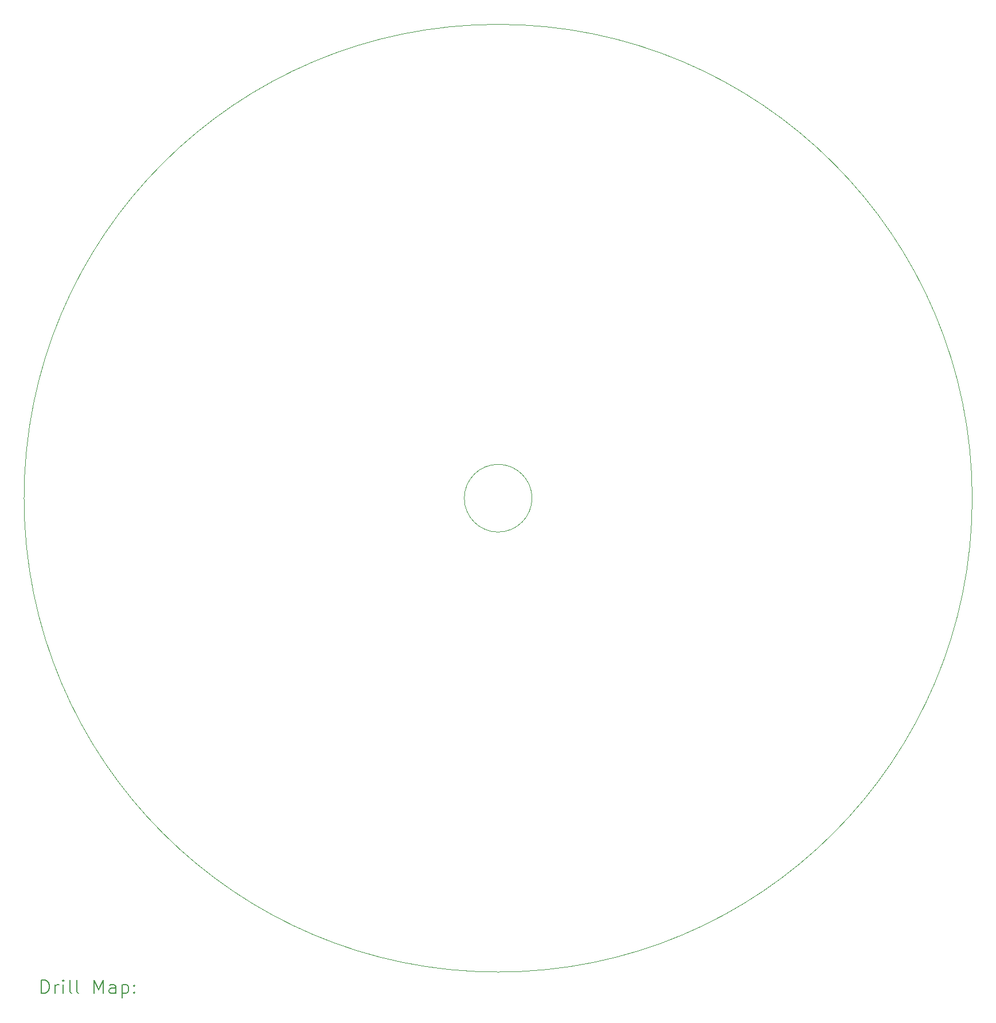
<source format=gbr>
%TF.GenerationSoftware,KiCad,Pcbnew,7.99.0-3356-g00904e8e23*%
%TF.CreationDate,2023-10-26T14:27:03+05:30*%
%TF.ProjectId,kimotor-project,6b696d6f-746f-4722-9d70-726f6a656374,rev?*%
%TF.SameCoordinates,Original*%
%TF.FileFunction,Drillmap*%
%TF.FilePolarity,Positive*%
%FSLAX45Y45*%
G04 Gerber Fmt 4.5, Leading zero omitted, Abs format (unit mm)*
G04 Created by KiCad (PCBNEW 7.99.0-3356-g00904e8e23) date 2023-10-26 14:27:03*
%MOMM*%
%LPD*%
G01*
G04 APERTURE LIST*
%ADD10C,0.100000*%
%ADD11C,0.200000*%
G04 APERTURE END LIST*
D10*
X500000Y0D02*
G75*
G02*
X500000Y0I-500000J0D01*
G01*
X7000000Y0D02*
G75*
G02*
X7000000Y0I-7000000J0D01*
G01*
X7000000Y0D02*
G75*
G02*
X7000000Y0I-7000000J0D01*
G01*
X500000Y0D02*
G75*
G02*
X500000Y0I-500000J0D01*
G01*
D11*
X-6744223Y-7316484D02*
X-6744223Y-7116484D01*
X-6744223Y-7116484D02*
X-6696604Y-7116484D01*
X-6696604Y-7116484D02*
X-6668033Y-7126008D01*
X-6668033Y-7126008D02*
X-6648985Y-7145055D01*
X-6648985Y-7145055D02*
X-6639461Y-7164103D01*
X-6639461Y-7164103D02*
X-6629937Y-7202198D01*
X-6629937Y-7202198D02*
X-6629937Y-7230769D01*
X-6629937Y-7230769D02*
X-6639461Y-7268865D01*
X-6639461Y-7268865D02*
X-6648985Y-7287912D01*
X-6648985Y-7287912D02*
X-6668033Y-7306960D01*
X-6668033Y-7306960D02*
X-6696604Y-7316484D01*
X-6696604Y-7316484D02*
X-6744223Y-7316484D01*
X-6544223Y-7316484D02*
X-6544223Y-7183150D01*
X-6544223Y-7221246D02*
X-6534699Y-7202198D01*
X-6534699Y-7202198D02*
X-6525175Y-7192674D01*
X-6525175Y-7192674D02*
X-6506128Y-7183150D01*
X-6506128Y-7183150D02*
X-6487080Y-7183150D01*
X-6420414Y-7316484D02*
X-6420414Y-7183150D01*
X-6420414Y-7116484D02*
X-6429937Y-7126008D01*
X-6429937Y-7126008D02*
X-6420414Y-7135531D01*
X-6420414Y-7135531D02*
X-6410890Y-7126008D01*
X-6410890Y-7126008D02*
X-6420414Y-7116484D01*
X-6420414Y-7116484D02*
X-6420414Y-7135531D01*
X-6296604Y-7316484D02*
X-6315652Y-7306960D01*
X-6315652Y-7306960D02*
X-6325175Y-7287912D01*
X-6325175Y-7287912D02*
X-6325175Y-7116484D01*
X-6191842Y-7316484D02*
X-6210890Y-7306960D01*
X-6210890Y-7306960D02*
X-6220414Y-7287912D01*
X-6220414Y-7287912D02*
X-6220414Y-7116484D01*
X-5963271Y-7316484D02*
X-5963271Y-7116484D01*
X-5963271Y-7116484D02*
X-5896604Y-7259341D01*
X-5896604Y-7259341D02*
X-5829937Y-7116484D01*
X-5829937Y-7116484D02*
X-5829937Y-7316484D01*
X-5648985Y-7316484D02*
X-5648985Y-7211722D01*
X-5648985Y-7211722D02*
X-5658509Y-7192674D01*
X-5658509Y-7192674D02*
X-5677556Y-7183150D01*
X-5677556Y-7183150D02*
X-5715652Y-7183150D01*
X-5715652Y-7183150D02*
X-5734699Y-7192674D01*
X-5648985Y-7306960D02*
X-5668033Y-7316484D01*
X-5668033Y-7316484D02*
X-5715652Y-7316484D01*
X-5715652Y-7316484D02*
X-5734699Y-7306960D01*
X-5734699Y-7306960D02*
X-5744223Y-7287912D01*
X-5744223Y-7287912D02*
X-5744223Y-7268865D01*
X-5744223Y-7268865D02*
X-5734699Y-7249817D01*
X-5734699Y-7249817D02*
X-5715652Y-7240293D01*
X-5715652Y-7240293D02*
X-5668033Y-7240293D01*
X-5668033Y-7240293D02*
X-5648985Y-7230769D01*
X-5553747Y-7183150D02*
X-5553747Y-7383150D01*
X-5553747Y-7192674D02*
X-5534699Y-7183150D01*
X-5534699Y-7183150D02*
X-5496604Y-7183150D01*
X-5496604Y-7183150D02*
X-5477556Y-7192674D01*
X-5477556Y-7192674D02*
X-5468033Y-7202198D01*
X-5468033Y-7202198D02*
X-5458509Y-7221246D01*
X-5458509Y-7221246D02*
X-5458509Y-7278388D01*
X-5458509Y-7278388D02*
X-5468033Y-7297436D01*
X-5468033Y-7297436D02*
X-5477556Y-7306960D01*
X-5477556Y-7306960D02*
X-5496604Y-7316484D01*
X-5496604Y-7316484D02*
X-5534699Y-7316484D01*
X-5534699Y-7316484D02*
X-5553747Y-7306960D01*
X-5372795Y-7297436D02*
X-5363271Y-7306960D01*
X-5363271Y-7306960D02*
X-5372795Y-7316484D01*
X-5372795Y-7316484D02*
X-5382318Y-7306960D01*
X-5382318Y-7306960D02*
X-5372795Y-7297436D01*
X-5372795Y-7297436D02*
X-5372795Y-7316484D01*
X-5372795Y-7192674D02*
X-5363271Y-7202198D01*
X-5363271Y-7202198D02*
X-5372795Y-7211722D01*
X-5372795Y-7211722D02*
X-5382318Y-7202198D01*
X-5382318Y-7202198D02*
X-5372795Y-7192674D01*
X-5372795Y-7192674D02*
X-5372795Y-7211722D01*
M02*

</source>
